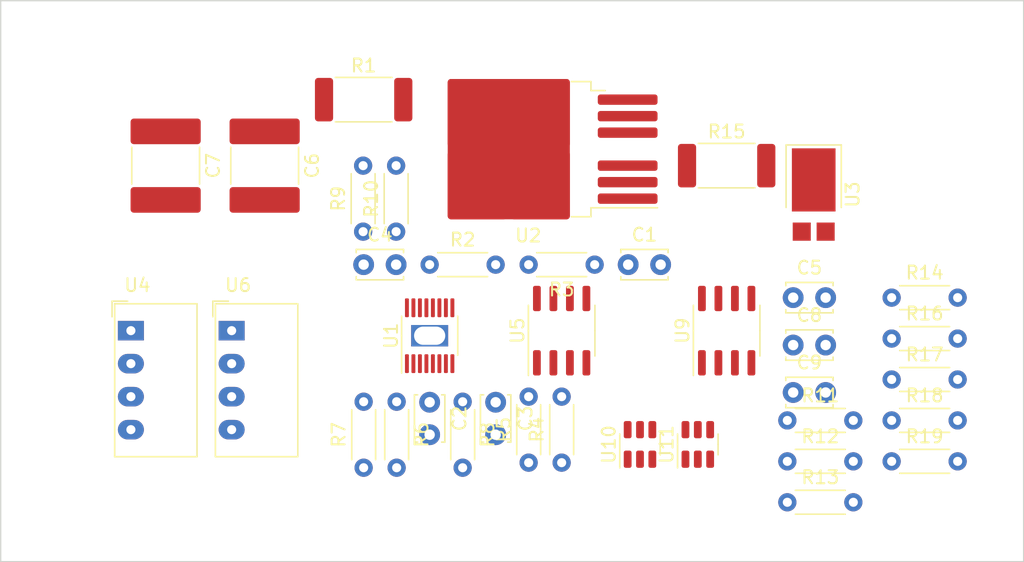
<source format=kicad_pcb>
(kicad_pcb (version 20221018) (generator pcbnew)
  (layers (0 "F.Cu" signal) (31 "B.Cu" signal) (34 "B.Paste" user) (35 "F.Paste" user) (36 "B.SilkS" user "B.Silkscreen") (37 "F.SilkS" user "F.Silkscreen") (38 "B.Mask" user) (39 "F.Mask" user) (44 "Edge.Cuts" user))
  (net 0 "")
  (net 1 "Net-(C1-Pad1)")
  (net 2 "GND")
  (net 3 "Net-(U1-VCC)")
  (net 4 "Net-(U1-TIMER)")
  (net 5 "/Load_Switch/SNS_p")
  (net 6 "/Load_Switch/SNS_n")
  (net 7 "Net-(U1-TS)")
  (net 8 "/Load_Switch/BOOST")
  (net 9 "/Load_Switch/LSW_IN")
  (net 10 "/Load_Switch/THRESHOLD_1")
  (net 11 "/Load_Switch/THRESHOLD_2")
  (net 12 "Net-(R1-Pad2)")
  (net 13 "/Load_Switch/TGUP")
  (net 14 "/Load_Switch/GATE")
  (net 15 "/Load_Switch/ISET")
  (net 16 "/Load_Switch/IMON")
  (net 17 "Net-(U1-RUN)")
  (net 18 "Net-(U1-FAULT_n)")
  (net 19 "/Load_Switch/ISNS")
  (net 20 "Net-(U5A--)")
  (net 21 "Net-(U5B-+)")
  (net 22 "/Load_Switch/LSW_OUT")
  (net 23 "Net-(U10-VOUT)")
  (net 24 "Net-(U11-VOUT)")
  (net 26 "/Load_Switch/ENABLE")
  (net 27 "/Load_Switch/DISABLE")
  (net 28 "+24V")
  (net 29 "-5V")
  (net 30 "+5V")
  (net 37 "/Load_Switch/VSNS")
  (footprint "Resistor_THT:R_Axial_DIN0204_L3.6mm_D1.6mm_P5.08mm_Horizontal" (layer "F.Cu") (at 83.82 33.02 180)
    (fp_text reference "R3" (at 2.54 -1.92) (layer "F.SilkS"))
    (fp_text value "200")
    (fp_line (start 0.62 -0.92) (end 4.46 -0.92) (stroke (width 0.12)) (layer "F.SilkS"))
    (fp_line (start 0.62 0.92) (end 4.46 0.92) (stroke (width 0.12)) (layer "F.SilkS"))
    (pad "1" thru_hole circle (at 0 0 180) (size 1.4 1.4) (drill 0.7) (layers "*.Cu" "*.Mask") (net 1 "Net-(C1-Pad1)"))
    (pad "2" thru_hole oval (at 5.08 0 180) (size 1.4 1.4) (drill 0.7) (layers "*.Cu" "*.Mask") (net 14 "/Load_Switch/GATE"))
  )
  (footprint "Resistor_THT:R_Axial_DIN0204_L3.6mm_D1.6mm_P5.08mm_Horizontal" (layer "F.Cu") (at 68.58 43.57 -90)
    (fp_text reference "R6" (at 2.54 -1.92 90) (layer "F.SilkS"))
    (fp_text value "1Meg")
    (fp_line (start 0.62 -0.92) (end 4.46 -0.92) (stroke (width 0.12)) (layer "F.SilkS"))
    (fp_line (start 0.62 0.92) (end 4.46 0.92) (stroke (width 0.12)) (layer "F.SilkS"))
    (pad "1" thru_hole circle (at 0 0 270) (size 1.4 1.4) (drill 0.7) (layers "*.Cu" "*.Mask") (net 17 "Net-(U1-RUN)"))
    (pad "2" thru_hole oval (at 5.08 0 270) (size 1.4 1.4) (drill 0.7) (layers "*.Cu" "*.Mask") (net 9 "/Load_Switch/LSW_IN"))
  )
  (footprint "Capacitor_THT:C_Disc_D3.4mm_W2.1mm_P2.50mm" (layer "F.Cu") (at 99.1 35.56)
    (fp_text reference "C5" (at 1.25 -2.3) (layer "F.SilkS"))
    (fp_text value "0.1u")
    (fp_line (start -0.57 -1.17) (end -0.57 -0.925) (stroke (width 0.12)) (layer "F.SilkS"))
    (fp_line (start -0.57 -1.17) (end 3.07 -1.17) (stroke (width 0.12)) (layer "F.SilkS"))
    (fp_line (start -0.57 0.925) (end -0.57 1.17) (stroke (width 0.12)) (layer "F.SilkS"))
    (fp_line (start -0.57 1.17) (end 3.07 1.17) (stroke (width 0.12)) (layer "F.SilkS"))
    (fp_line (start 3.07 -1.17) (end 3.07 -0.925) (stroke (width 0.12)) (layer "F.SilkS"))
    (fp_line (start 3.07 0.925) (end 3.07 1.17) (stroke (width 0.12)) (layer "F.SilkS"))
    (pad "1" thru_hole circle (at 0 0) (size 1.6 1.6) (drill 0.8) (layers "*.Cu" "*.Mask") (net 7 "Net-(U1-TS)"))
    (pad "2" thru_hole circle (at 2.5 0) (size 1.6 1.6) (drill 0.8) (layers "*.Cu" "*.Mask") (net 8 "/Load_Switch/BOOST"))
  )
  (footprint "Resistor_THT:R_Axial_DIN0204_L3.6mm_D1.6mm_P5.08mm_Horizontal" (layer "F.Cu") (at 106.68 45.01)
    (fp_text reference "R18" (at 2.54 -1.92) (layer "F.SilkS"))
    (fp_text value "10k")
    (fp_line (start 0.62 -0.92) (end 4.46 -0.92) (stroke (width 0.12)) (layer "F.SilkS"))
    (fp_line (start 0.62 0.92) (end 4.46 0.92) (stroke (width 0.12)) (layer "F.SilkS"))
    (pad "1" thru_hole circle (at 0 0) (size 1.4 1.4) (drill 0.7) (layers "*.Cu" "*.Mask") (net 11 "/Load_Switch/THRESHOLD_2"))
    (pad "2" thru_hole oval (at 5.08 0) (size 1.4 1.4) (drill 0.7) (layers "*.Cu" "*.Mask") (net 2 "GND"))
  )
  (footprint "Resistor_THT:R_Axial_DIN0204_L3.6mm_D1.6mm_P5.08mm_Horizontal" (layer "F.Cu") (at 106.68 38.71)
    (fp_text reference "R16" (at 2.54 -1.92) (layer "F.SilkS"))
    (fp_text value "10k")
    (fp_line (start 0.62 -0.92) (end 4.46 -0.92) (stroke (width 0.12)) (layer "F.SilkS"))
    (fp_line (start 0.62 0.92) (end 4.46 0.92) (stroke (width 0.12)) (layer "F.SilkS"))
    (pad "1" thru_hole circle (at 0 0) (size 1.4 1.4) (drill 0.7) (layers "*.Cu" "*.Mask") (net 23 "Net-(U10-VOUT)"))
    (pad "2" thru_hole oval (at 5.08 0) (size 1.4 1.4) (drill 0.7) (layers "*.Cu" "*.Mask") (net 10 "/Load_Switch/THRESHOLD_1"))
  )
  (footprint "Capacitor_THT:C_Disc_D3.4mm_W2.1mm_P2.50mm" (layer "F.Cu") (at 86.4 33.02)
    (fp_text reference "C1" (at 1.25 -2.3) (layer "F.SilkS"))
    (fp_text value "10000p")
    (fp_line (start -0.57 -1.17) (end -0.57 -0.925) (stroke (width 0.12)) (layer "F.SilkS"))
    (fp_line (start -0.57 -1.17) (end 3.07 -1.17) (stroke (width 0.12)) (layer "F.SilkS"))
    (fp_line (start -0.57 0.925) (end -0.57 1.17) (stroke (width 0.12)) (layer "F.SilkS"))
    (fp_line (start -0.57 1.17) (end 3.07 1.17) (stroke (width 0.12)) (layer "F.SilkS"))
    (fp_line (start 3.07 -1.17) (end 3.07 -0.925) (stroke (width 0.12)) (layer "F.SilkS"))
    (fp_line (start 3.07 0.925) (end 3.07 1.17) (stroke (width 0.12)) (layer "F.SilkS"))
    (pad "1" thru_hole circle (at 0 0) (size 1.6 1.6) (drill 0.8) (layers "*.Cu" "*.Mask") (net 1 "Net-(C1-Pad1)"))
    (pad "2" thru_hole circle (at 2.5 0) (size 1.6 1.6) (drill 0.8) (layers "*.Cu" "*.Mask") (net 2 "GND"))
  )
  (footprint "Converter_DCDC:Converter_DCDC_Murata_CRE1xxxxxxSC_THT" (layer "F.Cu") (at 48.125 38.1)
    (fp_text reference "U4" (at 0.5 -3.5 180) (layer "F.SilkS"))
    (fp_text value "CRE1S2405SC")
    (fp_line (start -1.45 -2.27) (end -1.45 -1.07) (stroke (width 0.12)) (layer "F.SilkS"))
    (fp_line (start -1.25 -2.07) (end -1.25 9.7) (stroke (width 0.12)) (layer "F.SilkS"))
    (fp_line (start -0.25 -2.27) (end -1.45 -2.27) (stroke (width 0.12)) (layer "F.SilkS"))
    (fp_line (start 5.09 -2.07) (end -1.25 -2.07) (stroke (width 0.12)) (layer "F.SilkS"))
    (fp_line (start 5.09 -2.07) (end 5.09 9.7) (stroke (width 0.12)) (layer "F.SilkS"))
    (fp_line (start 5.09 9.7) (end -1.25 9.7) (stroke (width 0.12)) (layer "F.SilkS"))
    (pad "1" thru_hole rect (at 0 0 270) (size 1.5 2) (drill 0.7) (layers "*.Cu" "*.Mask") (net 2 "GND"))
    (pad "2" thru_hole oval (at 0 2.54 270) (size 1.5 2) (drill 0.7) (layers "*.Cu" "*.Mask") (net 28 "+24V"))
    (pad "3" thru_hole oval (at 0 5.08 270) (size 1.5 2) (drill 0.7) (layers "*.Cu" "*.Mask") (net 29 "-5V"))
    (pad "4" thru_hole oval (at 0 7.62 270) (size 1.5 2) (drill 0.7) (layers "*.Cu" "*.Mask") (net 2 "GND"))
  )
  (footprint "Package_TO_SOT_SMD:TO-263-6" (layer "F.Cu") (at 78.71 24.13 180)
    (fp_text reference "U2" (at 0 -6.65) (layer "F.SilkS"))
    (fp_text value "~")
    (fp_line (start -4.825 -5.2) (end -4.825 -4.51) (stroke (width 0.12)) (layer "F.SilkS"))
    (fp_line (start -4.825 -4.51) (end -9.95 -4.51) (stroke (width 0.12)) (layer "F.SilkS"))
    (fp_line (start -4.825 4.51) (end -5.925 4.51) (stroke (width 0.12)) (layer "F.SilkS"))
    (fp_line (start -4.825 5.2) (end -4.825 4.51) (stroke (width 0.12)) (layer "F.SilkS"))
    (fp_line (start -3.325 -5.2) (end -4.825 -5.2) (stroke (width 0.12)) (layer "F.SilkS"))
    (fp_line (start -3.325 5.2) (end -4.825 5.2) (stroke (width 0.12)) (layer "F.SilkS"))
    (pad "1" smd roundrect (at -7.65 -3.81 180) (size 4.6 0.8) (layers "F.Cu" "F.Paste" "F.Mask") (net 14 "/Load_Switch/GATE"))
    (pad "2" smd roundrect (at -7.65 -2.54 180) (size 4.6 0.8) (layers "F.Cu" "F.Paste" "F.Mask") (net 7 "Net-(U1-TS)"))
    (pad "3" smd roundrect (at -7.65 -1.27 180) (size 4.6 0.8) (layers "F.Cu" "F.Paste" "F.Mask") (net 7 "Net-(U1-TS)"))
    (pad "4" smd roundrect (at -0.925 -2.775 180) (size 4.55 5.25) (layers "F.Cu" "F.Paste") (roundrect_rratio 0.054945) (net 12 "Net-(R1-Pad2)"))
    (pad "4" smd roundrect (at -0.925 2.775 180) (size 4.55 5.25) (layers "F.Cu" "F.Paste") (roundrect_rratio 0.054945) (net 12 "Net-(R1-Pad2)"))
    (pad "4" smd roundrect (at 1.5 0 180) (size 9.4 10.8) (layers "F.Cu" "F.Mask") (roundrect_rratio 0.026596) (net 12 "Net-(R1-Pad2)"))
    (pad "4" smd roundrect (at 3.925 -2.775 180) (size 4.55 5.25) (layers "F.Cu" "F.Paste") (roundrect_rratio 0.054945) (net 12 "Net-(R1-Pad2)"))
    (pad "4" smd roundrect (at 3.925 2.775 180) (size 4.55 5.25) (layers "F.Cu" "F.Paste") (roundrect_rratio 0.054945) (net 12 "Net-(R1-Pad2)"))
    (pad "5" smd roundrect (at -7.65 1.27 180) (size 4.6 0.8) (layers "F.Cu" "F.Paste" "F.Mask") (net 7 "Net-(U1-TS)"))
    (pad "6" smd roundrect (at -7.65 2.54 180) (size 4.6 0.8) (layers "F.Cu" "F.Paste" "F.Mask") (net 7 "Net-(U1-TS)"))
    (pad "7" smd roundrect (at -7.65 3.81 180) (size 4.6 0.8) (layers "F.Cu" "F.Paste" "F.Mask") (net 7 "Net-(U1-TS)"))
  )
  (footprint "Capacitor_SMD:C_2220_5650Metric_Pad1.97x5.40mm_HandSolder" (layer "F.Cu") (at 58.42 25.4 -90)
    (fp_text reference "C6" (at 0 -3.65 90) (layer "F.SilkS"))
    (fp_text value "C")
    (fp_line (start -1.415748 -2.61) (end 1.415748 -2.61) (stroke (width 0.12)) (layer "F.SilkS"))
    (fp_line (start -1.415748 2.61) (end 1.415748 2.61) (stroke (width 0.12)) (layer "F.SilkS"))
    (pad "1" smd roundrect (at -2.6375 0 270) (size 1.975 5.4) (layers "F.Cu" "F.Paste" "F.Mask") (roundrect_rratio 0.126582) (net 9 "/Load_Switch/LSW_IN"))
    (pad "2" smd roundrect (at 2.6375 0 270) (size 1.975 5.4) (layers "F.Cu" "F.Paste" "F.Mask") (roundrect_rratio 0.126582) (net 2 "GND"))
  )
  (footprint "Capacitor_THT:C_Disc_D3.4mm_W2.1mm_P2.50mm" (layer "F.Cu") (at 76.2 43.61 -90)
    (fp_text reference "C3" (at 1.25 -2.3 90) (layer "F.SilkS"))
    (fp_text value "1n")
    (fp_line (start -0.57 -1.17) (end -0.57 -0.925) (stroke (width 0.12)) (layer "F.SilkS"))
    (fp_line (start -0.57 -1.17) (end 3.07 -1.17) (stroke (width 0.12)) (layer "F.SilkS"))
    (fp_line (start -0.57 0.925) (end -0.57 1.17) (stroke (width 0.12)) (layer "F.SilkS"))
    (fp_line (start -0.57 1.17) (end 3.07 1.17) (stroke (width 0.12)) (layer "F.SilkS"))
    (fp_line (start 3.07 -1.17) (end 3.07 -0.925) (stroke (width 0.12)) (layer "F.SilkS"))
    (fp_line (start 3.07 0.925) (end 3.07 1.17) (stroke (width 0.12)) (layer "F.SilkS"))
    (pad "1" thru_hole circle (at 0 0 270) (size 1.6 1.6) (drill 0.8) (layers "*.Cu" "*.Mask") (net 4 "Net-(U1-TIMER)"))
    (pad "2" thru_hole circle (at 2.5 0 270) (size 1.6 1.6) (drill 0.8) (layers "*.Cu" "*.Mask") (net 2 "GND"))
  )
  (footprint "Resistor_THT:R_Axial_DIN0204_L3.6mm_D1.6mm_P5.08mm_Horizontal" (layer "F.Cu") (at 106.68 35.56)
    (fp_text reference "R14" (at 2.54 -1.92) (layer "F.SilkS"))
    (fp_text value "10k")
    (fp_line (start 0.62 -0.92) (end 4.46 -0.92) (stroke (width 0.12)) (layer "F.SilkS"))
    (fp_line (start 0.62 0.92) (end 4.46 0.92) (stroke (width 0.12)) (layer "F.SilkS"))
    (pad "1" thru_hole circle (at 0 0) (size 1.4 1.4) (drill 0.7) (layers "*.Cu" "*.Mask") (net 2 "GND"))
    (pad "2" thru_hole oval (at 5.08 0) (size 1.4 1.4) (drill 0.7) (layers "*.Cu" "*.Mask") (net 21 "Net-(U5B-+)"))
  )
  (footprint "Package_SO:SOIC-8_3.9x4.9mm_P1.27mm" (layer "F.Cu") (at 93.98 38.1 90)
    (fp_text reference "U9" (at 0 -3.4 90) (layer "F.SilkS"))
    (fp_text value "LM358")
    (fp_line (start 0 -2.56) (end -3.45 -2.56) (stroke (width 0.12)) (layer "F.SilkS"))
    (fp_line (start 0 -2.56) (end 1.95 -2.56) (stroke (width 0.12)) (layer "F.SilkS"))
    (fp_line (start 0 2.56) (end -1.95 2.56) (stroke (width 0.12)) (layer "F.SilkS"))
    (fp_line (start 0 2.56) (end 1.95 2.56) (stroke (width 0.12)) (layer "F.SilkS"))
    (pad "1" smd roundrect (at -2.475 -1.905 90) (size 1.95 0.6) (layers "F.Cu" "F.Paste" "F.Mask"))
    (pad "2" smd roundrect (at -2.475 -0.635 90) (size 1.95 0.6) (layers "F.Cu" "F.Paste" "F.Mask") (net 11 "/Load_Switch/THRESHOLD_2"))
    (pad "3" smd roundrect (at -2.475 0.635 90) (size 1.95 0.6) (layers "F.Cu" "F.Paste" "F.Mask") (net 19 "/Load_Switch/ISNS"))
    (pad "4" smd roundrect (at -2.475 1.905 90) (size 1.95 0.6) (layers "F.Cu" "F.Paste" "F.Mask") (net 29 "-5V"))
    (pad "5" smd roundrect (at 2.475 1.905 90) (size 1.95 0.6) (layers "F.Cu" "F.Paste" "F.Mask") (net 19 "/Load_Switch/ISNS"))
    (pad "6" smd roundrect (at 2.475 0.635 90) (size 1.95 0.6) (layers "F.Cu" "F.Paste" "F.Mask") (net 10 "/Load_Switch/THRESHOLD_1"))
    (pad "7" smd roundrect (at 2.475 -0.635 90) (size 1.95 0.6) (layers "F.Cu" "F.Paste" "F.Mask"))
    (pad "8" smd roundrect (at 2.475 -1.905 90) (size 1.95 0.6) (layers "F.Cu" "F.Paste" "F.Mask") (net 30 "+5V"))
  )
  (footprint "Resistor_THT:R_Axial_DIN0204_L3.6mm_D1.6mm_P5.08mm_Horizontal" (layer "F.Cu") (at 73.66 43.57 -90)
    (fp_text reference "R8" (at 2.54 -1.92 90) (layer "F.SilkS"))
    (fp_text value "100k")
    (fp_line (start 0.62 -0.92) (end 4.46 -0.92) (stroke (width 0.12)) (layer "F.SilkS"))
    (fp_line (start 0.62 0.92) (end 4.46 0.92) (stroke (width 0.12)) (layer "F.SilkS"))
    (pad "1" thru_hole circle (at 0 0 270) (size 1.4 1.4) (drill 0.7) (layers "*.Cu" "*.Mask") (net 18 "Net-(U1-FAULT_n)"))
    (pad "2" thru_hole oval (at 5.08 0 270) (size 1.4 1.4) (drill 0.7) (layers "*.Cu" "*.Mask") (net 3 "Net-(U1-VCC)"))
  )
  (footprint "Converter_DCDC:Converter_DCDC_Murata_CRE1xxxxxxSC_THT" (layer "F.Cu") (at 55.88 38.1)
    (fp_text reference "U6" (at 0.5 -3.5 180) (layer "F.SilkS"))
    (fp_text value "CRE1S2405SC")
    (fp_line (start -1.45 -2.27) (end -1.45 -1.07) (stroke (width 0.12)) (layer "F.SilkS"))
    (fp_line (start -1.25 -2.07) (end -1.25 9.7) (stroke (width 0.12)) (layer "F.SilkS"))
    (fp_line (start -0.25 -2.27) (end -1.45 -2.27) (stroke (width 0.12)) (layer "F.SilkS"))
    (fp_line (start 5.09 -2.07) (end -1.25 -2.07) (stroke (width 0.12)) (layer "F.SilkS"))
    (fp_line (start 5.09 -2.07) (end 5.09 9.7) (stroke (width 0.12)) (layer "F.SilkS"))
    (fp_line (start 5.09 9.7) (end -1.25 9.7) (stroke (width 0.12)) (layer "F.SilkS"))
    (pad "1" thru_hole rect (at 0 0 270) (size 1.5 2) (drill 0.7) (layers "*.Cu" "*.Mask") (net 2 "GND"))
    (pad "2" thru_hole oval (at 0 2.54 270) (size 1.5 2) (drill 0.7) (layers "*.Cu" "*.Mask") (net 28 "+24V"))
    (pad "3" thru_hole oval (at 0 5.08 270) (size 1.5 2) (drill 0.7) (layers "*.Cu" "*.Mask") (net 2 "GND"))
    (pad "4" thru_hole oval (at 0 7.62 270) (size 1.5 2) (drill 0.7) (layers "*.Cu" "*.Mask") (net 30 "+5V"))
  )
  (footprint "Resistor_THT:R_Axial_DIN0204_L3.6mm_D1.6mm_P5.08mm_Horizontal" (layer "F.Cu") (at 66.04 48.65 90)
    (fp_text reference "R7" (at 2.54 -1.92 90) (layer "F.SilkS"))
    (fp_text value "10k")
    (fp_line (start 0.62 -0.92) (end 4.46 -0.92) (stroke (width 0.12)) (layer "F.SilkS"))
    (fp_line (start 0.62 0.92) (end 4.46 0.92) (stroke (width 0.12)) (layer "F.SilkS"))
    (pad "1" thru_hole circle (at 0 0 90) (size 1.4 1.4) (drill 0.7) (layers "*.Cu" "*.Mask") (net 2 "GND"))
    (pad "2" thru_hole oval (at 5.08 0 90) (size 1.4 1.4) (drill 0.7) (layers "*.Cu" "*.Mask") (net 17 "Net-(U1-RUN)"))
  )
  (footprint "Resistor_THT:R_Axial_DIN0204_L3.6mm_D1.6mm_P5.08mm_Horizontal" (layer "F.Cu") (at 98.65 48.16)
    (fp_text reference "R12" (at 2.54 -1.92) (layer "F.SilkS"))
    (fp_text value "10k")
    (fp_line (start 0.62 -0.92) (end 4.46 -0.92) (stroke (width 0.12)) (layer "F.SilkS"))
    (fp_line (start 0.62 0.92) (end 4.46 0.92) (stroke (width 0.12)) (layer "F.SilkS"))
    (pad "1" thru_hole circle (at 0 0) (size 1.4 1.4) (drill 0.7) (layers "*.Cu" "*.Mask") (net 20 "Net-(U5A--)"))
    (pad "2" thru_hole oval (at 5.08 0) (size 1.4 1.4) (drill 0.7) (layers "*.Cu" "*.Mask") (net 2 "GND"))
  )
  (footprint "Resistor_THT:R_Axial_DIN0204_L3.6mm_D1.6mm_P5.08mm_Horizontal" (layer "F.Cu") (at 71.12 33.02)
    (fp_text reference "R2" (at 2.54 -1.92) (layer "F.SilkS"))
    (fp_text value "100k")
    (fp_line (start 0.62 -0.92) (end 4.46 -0.92) (stroke (width 0.12)) (layer "F.SilkS"))
    (fp_line (start 0.62 0.92) (end 4.46 0.92) (stroke (width 0.12)) (layer "F.SilkS"))
    (pad "1" thru_hole circle (at 0 0) (size 1.4 1.4) (drill 0.7) (layers "*.Cu" "*.Mask") (net 13 "/Load_Switch/TGUP"))
    (pad "2" thru_hole oval (at 5.08 0) (size 1.4 1.4) (drill 0.7) (layers "*.Cu" "*.Mask") (net 14 "/Load_Switch/GATE"))
  )
  (footprint "Resistor_THT:R_Axial_DIN0204_L3.6mm_D1.6mm_P5.08mm_Horizontal" (layer "F.Cu") (at 78.74 48.26 90)
    (fp_text reference "R5" (at 2.54 -1.92 90) (layer "F.SilkS"))
    (fp_text value "100k")
    (fp_line (start 0.62 -0.92) (end 4.46 -0.92) (stroke (width 0.12)) (layer "F.SilkS"))
    (fp_line (start 0.62 0.92) (end 4.46 0.92) (stroke (width 0.12)) (layer "F.SilkS"))
    (pad "1" thru_hole circle (at 0 0 90) (size 1.4 1.4) (drill 0.7) (layers "*.Cu" "*.Mask") (net 2 "GND"))
    (pad "2" thru_hole oval (at 5.08 0 90) (size 1.4 1.4) (drill 0.7) (layers "*.Cu" "*.Mask") (net 16 "/Load_Switch/IMON"))
  )
  (footprint "Resistor_THT:R_Axial_DIN0204_L3.6mm_D1.6mm_P5.08mm_Horizontal" (layer "F.Cu") (at 98.65 51.31)
    (fp_text reference "R13" (at 2.54 -1.92) (layer "F.SilkS"))
    (fp_text value "100k")
    (fp_line (start 0.62 -0.92) (end 4.46 -0.92) (stroke (width 0.12)) (layer "F.SilkS"))
    (fp_line (start 0.62 0.92) (end 4.46 0.92) (stroke (width 0.12)) (layer "F.SilkS"))
    (pad "1" thru_hole circle (at 0 0) (size 1.4 1.4) (drill 0.7) (layers "*.Cu" "*.Mask") (net 21 "Net-(U5B-+)"))
    (pad "2" thru_hole oval (at 5.08 0) (size 1.4 1.4) (drill 0.7) (layers "*.Cu" "*.Mask") (net 22 "/Load_Switch/LSW_OUT"))
  )
  (footprint "Resistor_THT:R_Axial_DIN0204_L3.6mm_D1.6mm_P5.08mm_Horizontal" (layer "F.Cu") (at 106.68 41.86)
    (fp_text reference "R17" (at 2.54 -1.92) (layer "F.SilkS"))
    (fp_text value "10k")
    (fp_line (start 0.62 -0.92) (end 4.46 -0.92) (stroke (width 0.12)) (layer "F.SilkS"))
    (fp_line (start 0.62 0.92) (end 4.46 0.92) (stroke (width 0.12)) (layer "F.SilkS"))
    (pad "1" thru_hole circle (at 0 0) (size 1.4 1.4) (drill 0.7) (layers "*.Cu" "*.Mask") (net 24 "Net-(U11-VOUT)"))
    (pad "2" thru_hole oval (at 5.08 0) (size 1.4 1.4) (drill 0.7) (layers "*.Cu" "*.Mask") (net 11 "/Load_Switch/THRESHOLD_2"))
  )
  (footprint "Capacitor_THT:C_Disc_D3.4mm_W2.1mm_P2.50mm" (layer "F.Cu") (at 71.12 43.61 -90)
    (fp_text reference "C2" (at 1.25 -2.3 90) (layer "F.SilkS"))
    (fp_text value "1u")
    (fp_line (start -0.57 -1.17) (end -0.57 -0.925) (stroke (width 0.12)) (layer "F.SilkS"))
    (fp_line (start -0.57 -1.17) (end 3.07 -1.17) (stroke (width 0.12)) (layer "F.SilkS"))
    (fp_line (start -0.57 0.925) (end -0.57 1.17) (stroke (width 0.12)) (layer "F.SilkS"))
    (fp_line (start -0.57 1.17) (end 3.07 1.17) (stroke (width 0.12)) (layer "F.SilkS"))
    (fp_line (start 3.07 -1.17) (end 3.07 -0.925) (stroke (width 0.12)) (layer "F.SilkS"))
    (fp_line (start 3.07 0.925) (end 3.07 1.17) (stroke (width 0.12)) (layer "F.SilkS"))
    (pad "1" thru_hole circle (at 0 0 270) (size 1.6 1.6) (drill 0.8) (layers "*.Cu" "*.Mask") (net 3 "Net-(U1-VCC)"))
    (pad "2" thru_hole circle (at 2.5 0 270) (size 1.6 1.6) (drill 0.8) (layers "*.Cu" "*.Mask") (net 2 "GND"))
  )
  (footprint "Resistor_SMD:R_2512_6332Metric_Pad1.40x3.35mm_HandSolder" (layer "F.Cu") (at 93.98 25.4)
    (fp_text reference "R15" (at 0 -2.62) (layer "F.SilkS"))
    (fp_text value "0.0015")
    (fp_line (start -2.177064 -1.71) (end 2.177064 -1.71) (stroke (width 0.12)) (layer "F.SilkS"))
    (fp_line (start -2.177064 1.71) (end 2.177064 1.71) (stroke (width 0.12)) (layer "F.SilkS"))
    (pad "1" smd roundrect (at -3.05 0) (size 1.4 3.35) (layers "F.Cu" "F.Paste" "F.Mask") (roundrect_rratio 0.178571) (net 7 "Net-(U1-TS)"))
    (pad "2" smd roundrect (at 3.05 0) (size 1.4 3.35) (layers "F.Cu" "F.Paste" "F.Mask") (roundrect_rratio 0.178571) (net 22 "/Load_Switch/LSW_OUT"))
  )
  (footprint "Capacitor_SMD:C_2220_5650Metric_Pad1.97x5.40mm_HandSolder" (layer "F.Cu") (at 50.8 25.4 -90)
    (fp_text reference "C7" (at 0 -3.65 90) (layer "F.SilkS"))
    (fp_text value "C")
    (fp_line (start -1.415748 -2.61) (end 1.415748 -2.61) (stroke (width 0.12)) (layer "F.SilkS"))
    (fp_line (start -1.415748 2.61) (end 1.415748 2.61) (stroke (width 0.12)) (layer "F.SilkS"))
    (pad "1" smd roundrect (at -2.6375 0 270) (size 1.975 5.4) (layers "F.Cu" "F.Paste" "F.Mask") (roundrect_rratio 0.126582) (net 9 "/Load_Switch/LSW_IN"))
    (pad "2" smd roundrect (at 2.6375 0 270) (size 1.975 5.4) (layers "F.Cu" "F.Paste" "F.Mask") (roundrect_rratio 0.126582) (net 2 "GND"))
  )
  (footprint "Resistor_SMD:R_2512_6332Metric_Pad1.40x3.35mm_HandSolder" (layer "F.Cu") (at 66.04 20.32)
    (fp_text reference "R1" (at 0 -2.62) (layer "F.SilkS"))
    (fp_text value "0.0015")
    (fp_line (start -2.177064 -1.71) (end 2.177064 -1.71) (stroke (width 0.12)) (layer "F.SilkS"))
    (fp_line (start -2.177064 1.71) (end 2.177064 1.71) (stroke (width 0.12)) (layer "F.SilkS"))
    (pad "1" smd roundrect (at -3.05 0) (size 1.4 3.35) (layers "F.Cu" "F.Paste" "F.Mask") (roundrect_rratio 0.178571) (net 9 "/Load_Switch/LSW_IN"))
    (pad "2" smd roundrect (at 3.05 0) (size 1.4 3.35) (layers "F.Cu" "F.Paste" "F.Mask") (roundrect_rratio 0.178571) (net 12 "Net-(R1-Pad2)"))
  )
  (footprint "Package_SO:SOIC-8_3.9x4.9mm_P1.27mm" (layer "F.Cu") (at 81.28 38.1 90)
    (fp_text reference "U5" (at 0 -3.4 90) (layer "F.SilkS"))
    (fp_text value "LM358")
    (fp_line (start 0 -2.56) (end -3.45 -2.56) (stroke (width 0.12)) (layer "F.SilkS"))
    (fp_line (start 0 -2.56) (end 1.95 -2.56) (stroke (width 0.12)) (layer "F.SilkS"))
    (fp_line (start 0 2.56) (end -1.95 2.56) (stroke (width 0.12)) (layer "F.SilkS"))
    (fp_line (start 0 2.56) (end 1.95 2.56) (stroke (width 0.12)) (layer "F.SilkS"))
    (pad "1" smd roundrect (at -2.475 -1.905 90) (size 1.95 0.6) (layers "F.Cu" "F.Paste" "F.Mask") (net 19 "/Load_Switch/ISNS"))
    (pad "2" smd roundrect (at -2.475 -0.635 90) (size 1.95 0.6) (layers "F.Cu" "F.Paste" "F.Mask") (net 20 "Net-(U5A--)"))
    (pad "3" smd roundrect (at -2.475 0.635 90) (size 1.95 0.6) (layers "F.Cu" "F.Paste" "F.Mask") (net 16 "/Load_Switch/IMON"))
    (pad "4" smd roundrect (at -2.475 1.905 90) (size 1.95 0.6) (layers "F.Cu" "F.Paste" "F.Mask") (net 29 "-5V"))
    (pad "5" smd roundrect (at 2.475 1.905 90) (size 1.95 0.6) (layers "F.Cu" "F.Paste" "F.Mask") (net 21 "Net-(U5B-+)"))
    (pad "6" smd roundrect (at 2.475 0.635 90) (size 1.95 0.6) (layers "F.Cu" "F.Paste" "F.Mask") (net 37 "/Load_Switch/VSNS"))
    (pad "7" smd roundrect (at 2.475 -0.635 90) (size 1.95 0.6) (layers "F.Cu" "F.Paste" "F.Mask") (net 37 "/Load_Switch/VSNS"))
    (pad "8" smd roundrect (at 2.475 -1.905 90) (size 1.95 0.6) (layers "F.Cu" "F.Paste" "F.Mask") (net 30 "+5V"))
  )
  (footprint "AudioJacks:MSOP-16-1EP-HOLE" (layer "F.Cu") (at 71.12 38.49 90)
    (fp_text reference "U1" (at 0 -2.97 90) (layer "F.SilkS"))
    (fp_text value "~")
    (fp_line (start 0 -2.16) (end -2.875 -2.16) (stroke (width 0.12)) (layer "F.SilkS"))
    (fp_line (start 0 -2.16) (end 1.5 -2.16) (stroke (width 0.12)) (layer "F.SilkS"))
    (fp_line (start 0 2.16) (end -1.5 2.16) (stroke (width 0.12)) (layer "F.SilkS"))
    (fp_line (start 0 2.16) (end 1.5 2.16) (stroke (width 0.12)) (layer "F.SilkS"))
    (pad "1" smd roundrect (at -2.15 -1.75 90) (size 1.45 0.3) (layers "F.Cu" "F.Paste" "F.Mask") (net 17 "Net-(U1-RUN)"))
    (pad "2" smd roundrect (at -2.15 -1.25 90) (size 1.45 0.3) (layers "F.Cu" "F.Paste" "F.Mask") (net 9 "/Load_Switch/LSW_IN"))
    (pad "3" smd roundrect (at -2.15 -0.75 90) (size 1.45 0.3) (layers "F.Cu" "F.Paste" "F.Mask") (net 3 "Net-(U1-VCC)"))
    (pad "4" smd roundrect (at -2.15 -0.25 90) (size 1.45 0.3) (layers "F.Cu" "F.Paste" "F.Mask"))
    (pad "5" smd roundrect (at -2.15 0.25 90) (size 1.45 0.3) (layers "F.Cu" "F.Paste" "F.Mask") (net 18 "Net-(U1-FAULT_n)"))
    (pad "6" smd roundrect (at -2.15 0.75 90) (size 1.45 0.3) (layers "F.Cu" "F.Paste" "F.Mask") (net 4 "Net-(U1-TIMER)"))
    (pad "7" smd roundrect (at -2.15 1.25 90) (size 1.45 0.3) (layers "F.Cu" "F.Paste" "F.Mask") (net 26 "/Load_Switch/ENABLE"))
    (pad "8" smd roundrect (at -2.15 1.75 90) (size 1.45 0.3) (layers "F.Cu" "F.Paste" "F.Mask") (net 27 "/Load_Switch/DISABLE"))
    (pad "9" smd roundrect (at 2.15 1.75 90) (size 1.45 0.3) (layers "F.Cu" "F.Paste" "F.Mask") (net 15 "/Load_Switch/ISET"))
    (pad "10" smd roundrect (at 2.15 1.25 90) (size 1.45 0.3) (layers "F.Cu" "F.Paste" "F.Mask") (net 16 "/Load_Switch/IMON"))
    (pad "11" smd roundrect (at 2.15 0.75 90) (size 1.45 0.3) (layers "F.Cu" "F.Paste" "F.Mask") (net 14 "/Load_Switch/GATE"))
    (pad "12" smd roundrect (at 2.15 0.25 90) (size 1.45 0.3) (layers "F.Cu" "F.Paste" "F.Mask") (net 13 "/Load_Switch/TGUP"))
    (pad "13" smd roundrect (at 2.15 -0.25 90) (size 1.45 0.3) (layers "F.Cu" "F.Paste" "F.Mask") (net 7 "Net-(U1-TS)"))
    (pad "14" smd roundrect (at 2.15 -0.75 90) (size 1.45 0.3) (layers "F.Cu" "F.Paste" "F.Mask") (net 8 "/Load_Switch/BOOST"))
    (pad "15" smd roundrect (at 2.15 -1.25 90) (size 1.45 0.3) (layers "F.Cu" "F.Paste" "F.Mask") (net 6 "/Load_Switch/SNS_n"))
    (pad "16" smd roundrect (at 2.15 -1.75 90) (size 1.45 0.3) (layers "F.Cu" "F.Paste" "F.Mask") (net 5 "/Load_Switch/SNS_p"))
    (pad "17" thru_hole rect (at 0 0 90) (size 1.651 2.845) (drill oval 1.4 2.4) (layers "*.Cu" "*.Mask") (net 2 "GND"))
  )
  (footprint "Resistor_THT:R_Axial_DIN0204_L3.6mm_D1.6mm_P5.08mm_Horizontal" (layer "F.Cu") (at 68.54 30.48 90)
    (fp_text reference "R10" (at 2.54 -1.92 90) (layer "F.SilkS"))
    (fp_text value "10")
    (fp_line (start 0.62 -0.92) (end 4.46 -0.92) (stroke (width 0.12)) (layer "F.SilkS"))
    (fp_line (start 0.62 0.92) (end 4.46 0.92) (stroke (width 0.12)) (layer "F.SilkS"))
    (pad "1" thru_hole circle (at 0 0 90) (size 1.4 1.4) (drill 0.7) (layers "*.Cu" "*.Mask") (net 6 "/Load_Switch/SNS_n"))
    (pad "2" thru_hole oval (at 5.08 0 90) (size 1.4 1.4) (drill 0.7) (layers "*.Cu" "*.Mask") (net 12 "Net-(R1-Pad2)"))
  )
  (footprint "Resistor_THT:R_Axial_DIN0204_L3.6mm_D1.6mm_P5.08mm_Horizontal" (layer "F.Cu") (at 98.65 45.01)
    (fp_text reference "R11" (at 2.54 -1.92) (layer "F.SilkS"))
    (fp_text value "100k")
    (fp_line (start 0.62 -0.92) (end 4.46 -0.92) (stroke (width 0.12)) (layer "F.SilkS"))
    (fp_line (start 0.62 0.92) (end 4.46 0.92) (stroke (width 0.12)) (layer "F.SilkS"))
    (pad "1" thru_hole circle (at 0 0) (size 1.4 1.4) (drill 0.7) (layers "*.Cu" "*.Mask") (net 19 "/Load_Switch/ISNS"))
    (pad "2" thru_hole oval (at 5.08 0) (size 1.4 1.4) (drill 0.7) (layers "*.Cu" "*.Mask") (net 20 "Net-(U5A--)"))
  )
  (footprint "Capacitor_THT:C_Disc_D3.4mm_W2.1mm_P2.50mm" (layer "F.Cu") (at 99.1 42.86)
    (fp_text reference "C9" (at 1.25 -2.3) (layer "F.SilkS"))
    (fp_text value "1u")
    (fp_line (start -0.57 -1.17) (end -0.57 -0.925) (stroke (width 0.12)) (layer "F.SilkS"))
    (fp_line (start -0.57 -1.17) (end 3.07 -1.17) (stroke (width 0.12)) (layer "F.SilkS"))
    (fp_line (start -0.57 0.925) (end -0.57 1.17) (stroke (width 0.12)) (layer "F.SilkS"))
    (fp_line (start -0.57 1.17) (end 3.07 1.17) (stroke (width 0.12)) (layer "F.SilkS"))
    (fp_line (start 3.07 -1.17) (end 3.07 -0.925) (stroke (width 0.12)) (layer "F.SilkS"))
    (fp_line (start 3.07 0.925) (end 3.07 1.17) (stroke (width 0.12)) (layer "F.SilkS"))
    (pad "1" thru_hole circle (at 0 0) (size 1.6 1.6) (drill 0.8) (layers "*.Cu" "*.Mask") (net 11 "/Load_Switch/THRESHOLD_2"))
    (pad "2" thru_hole circle (at 2.5 0) (size 1.6 1.6) (drill 0.8) (layers "*.Cu" "*.Mask") (net 2 "GND"))
  )
  (footprint "Resistor_THT:R_Axial_DIN0204_L3.6mm_D1.6mm_P5.08mm_Horizontal" (layer "F.Cu") (at 106.68 48.16)
    (fp_text reference "R19" (at 2.54 -1.92) (layer "F.SilkS"))
    (fp_text value "10k")
    (fp_line (start 0.62 -0.92) (end 4.46 -0.92) (stroke (width 0.12)) (layer "F.SilkS"))
    (fp_line (start 0.62 0.92) (end 4.46 0.92) (stroke (width 0.12)) (layer "F.SilkS"))
    (pad "1" thru_hole circle (at 0 0) (size 1.4 1.4) (drill 0.7) (layers "*.Cu" "*.Mask") (net 10 "/Load_Switch/THRESHOLD_1"))
    (pad "2" thru_hole oval (at 5.08 0) (size 1.4 1.4) (drill 0.7) (layers "*.Cu" "*.Mask") (net 2 "GND"))
  )
  (footprint "Capacitor_THT:C_Disc_D3.4mm_W2.1mm_P2.50mm" (layer "F.Cu") (at 66.04 33.02)
    (fp_text reference "C4" (at 1.25 -2.3) (layer "F.SilkS"))
    (fp_text value "1n")
    (fp_line (start -0.57 -1.17) (end -0.57 -0.925) (stroke (width 0.12)) (layer "F.SilkS"))
    (fp_line (start -0.57 -1.17) (end 3.07 -1.17) (stroke (width 0.12)) (layer "F.SilkS"))
    (fp_line (start -0.57 0.925) (end -0.57 1.17) (stroke (width 0.12)) (layer "F.SilkS"))
    (fp_line (start -0.57 1.17) (end 3.07 1.17) (stroke (width 0.12)) (layer "F.SilkS"))
    (fp_line (start 3.07 -1.17) (end 3.07 -0.925) (stroke (width 0.12)) (layer "F.SilkS"))
    (fp_line (start 3.07 0.925) (end 3.07 1.17) (stroke (width 0.12)) (layer "F.SilkS"))
    (pad "1" thru_hole circle (at 0 0) (size 1.6 1.6) (drill 0.8) (layers "*.Cu" "*.Mask") (net 5 "/Load_Switch/SNS_p"))
    (pad "2" thru_hole circle (at 2.5 0) (size 1.6 1.6) (drill 0.8) (layers "*.Cu" "*.Mask") (net 6 "/Load_Switch/SNS_n"))
  )
  (footprint "Package_TO_SOT_SMD:SOT-23-6" (layer "F.Cu") (at 91.76 46.8575 90)
    (fp_text reference "U11" (at 0 -2.4 90) (layer "F.SilkS"))
    (fp_text value "MCP4725xxx-xCH")
    (fp_line (start 0 -1.56) (end -1.8 -1.56) (stroke (width 0.12)) (layer "F.SilkS"))
    (fp_line (start 0 -1.56) (end 0.8 -1.56) (stroke (width 0.12)) (layer "F.SilkS"))
    (fp_line (start 0 1.56) (end -0.8 1.56) (stroke (width 0.12)) (layer "F.SilkS"))
    (fp_line (start 0 1.56) (end 0.8 1.56) (stroke (width 0.12)) (layer "F.SilkS"))
    (pad "1" smd roundrect (at -1.1375 -0.95 90) (size 1.325 0.6) (layers "F.Cu" "F.Paste" "F.Mask") (net 24 "Net-(U11-VOUT)"))
    (pad "2" smd roundrect (at -1.1375 0 90) (size 1.325 0.6) (layers "F.Cu" "F.Paste" "F.Mask") (net 2 "GND"))
    (pad "3" smd roundrect (at -1.1375 0.95 90) (size 1.325 0.6) (layers "F.Cu" "F.Paste" "F.Mask") (net 30 "+5V"))
    (pad "4" smd roundrect (at 1.1375 0.95 90) (size 1.325 0.6) (layers "F.Cu" "F.Paste" "F.Mask"))
    (pad "5" smd roundrect (at 1.1375 0 90) (size 1.325 0.6) (layers "F.Cu" "F.Paste" "F.Mask"))
    (pad "6" smd roundrect (at 1.1375 -0.95 90) (size 1.325 0.6) (layers "F.Cu" "F.Paste" "F.Mask"))
  )
  (footprint "Package_TO_SOT_SMD:SOT-23-6" (layer "F.Cu") (at 87.31 46.8575 90)
    (fp_text reference "U10" (at 0 -2.4 90) (layer "F.SilkS"))
    (fp_text value "MCP4725xxx-xCH")
    (fp_line (start 0 -1.56) (end -1.8 -1.56) (stroke (width 0.12)) (layer "F.SilkS"))
    (fp_line (start 0 -1.56) (end 0.8 -1.56) (stroke (width 0.12)) (layer "F.SilkS"))
    (fp_line (start 0 1.56) (end -0.8 1.56) (stroke (width 0.12)) (layer "F.SilkS"))
    (fp_line (start 0 1.56) (end 0.8 1.56) (stroke (width 0.12)) (layer "F.SilkS"))
    (pad "1" smd roundrect (at -1.1375 -0.95 90) (size 1.325 0.6) (layers "F.Cu" "F.Paste" "F.Mask") (net 23 "Net-(U10-VOUT)"))
    (pad "2" smd roundrect (at -1.1375 0 90) (size 1.325 0.6) (layers "F.Cu" "F.Paste" "F.Mask") (net 2 "GND"))
    (pad "3" smd roundrect (at -1.1375 0.95 90) (size 1.325 0.6) (layers "F.Cu" "F.Paste" "F.Mask") (net 30 "+5V"))
    (pad "4" smd roundrect (at 1.1375 0.95 90) (size 1.325 0.6) (layers "F.Cu" "F.Paste" "F.Mask"))
    (pad "5" smd roundrect (at 1.1375 0 90) (size 1.325 0.6) (layers "F.Cu" "F.Paste" "F.Mask"))
    (pad "6" smd roundrect (at 1.1375 -0.95 90) (size 1.325 0.6) (layers "F.Cu" "F.Paste" "F.Mask"))
  )
  (footprint "Resistor_THT:R_Axial_DIN0204_L3.6mm_D1.6mm_P5.08mm_Horizontal" (layer "F.Cu") (at 66 30.48 90)
    (fp_text reference "R9" (at 2.54 -1.92 90) (layer "F.SilkS"))
    (fp_text value "10")
    (fp_line (start 0.62 -0.92) (end 4.46 -0.92) (stroke (width 0.12)) (layer "F.SilkS"))
    (fp_line (start 0.62 0.92) (end 4.46 0.92) (stroke (width 0.12)) (layer "F.SilkS"))
    (pad "1" thru_hole circle (at 0 0 90) (size 1.4 1.4) (drill 0.7) (layers "*.Cu" "*.Mask") (net 5 "/Load_Switch/SNS_p"))
    (pad "2" thru_hole oval (at 5.08 0 90) (size 1.4 1.4) (drill 0.7) (layers "*.Cu" "*.Mask") (net 9 "/Load_Switch/LSW_IN"))
  )
  (footprint "Capacitor_THT:C_Disc_D3.4mm_W2.1mm_P2.50mm" (layer "F.Cu") (at 99.1 39.21)
    (fp_text reference "C8" (at 1.25 -2.3) (layer "F.SilkS"))
    (fp_text value "1u")
    (fp_line (start -0.57 -1.17) (end -0.57 -0.925) (stroke (width 0.12)) (layer "F.SilkS"))
    (fp_line (start -0.57 -1.17) (end 3.07 -1.17) (stroke (width 0.12)) (layer "F.SilkS"))
    (fp_line (start -0.57 0.925) (end -0.57 1.17) (stroke (width 0.12)) (layer "F.SilkS"))
    (fp_line (start -0.57 1.17) (end 3.07 1.17) (stroke (width 0.12)) (layer "F.SilkS"))
    (fp_line (start 3.07 -1.17) (end 3.07 -0.925) (stroke (width 0.12)) (layer "F.SilkS"))
    (fp_line (start 3.07 0.925) (end 3.07 1.17) (stroke (width 0.12)) (layer "F.SilkS"))
    (pad "1" thru_hole circle (at 0 0) (size 1.6 1.6) (drill 0.8) (layers "*.Cu" "*.Mask") (net 10 "/Load_Switch/THRESHOLD_1"))
    (pad "2" thru_hole circle (at 2.5 0) (size 1.6 1.6) (drill 0.8) (layers "*.Cu" "*.Mask") (net 2 "GND"))
  )
  (footprint "Diode_SMD:D_PowerDI-5" (layer "F.Cu") (at 100.68 27.618 -90)
    (fp_text reference "U3" (at 0 -3 90) (layer "F.SilkS"))
    (fp_text value "~")
    (fp_line (start -3.81 2.125) (end -3.81 -2.125) (stroke (width 0.12)) (layer "F.SilkS"))
    (fp_line (start -3.81 2.125) (end 1 2.125) (stroke (width 0.12)) (layer "F.SilkS"))
    (fp_line (start 1 -2.125) (end -3.81 -2.125) (stroke (width 0.12)) (layer "F.SilkS"))
    (pad "1" smd rect (at -1.12 0 90) (size 4.86 3.36) (layers "F.Cu" "F.Paste" "F.Mask") (net 22 "/Load_Switch/LSW_OUT"))
    (pad "2" smd rect (at 2.862 -0.92 90) (size 1.4 1.39) (layers "F.Cu" "F.Paste" "F.Mask") (net 2 "GND"))
    (pad "2" smd rect (at 2.862 0.92 90) (size 1.4 1.39) (layers "F.Cu" "F.Paste" "F.Mask") (net 2 "GND"))
  )
  (footprint "Resistor_THT:R_Axial_DIN0204_L3.6mm_D1.6mm_P5.08mm_Horizontal" (layer "F.Cu") (at 81.28 48.26 90)
    (fp_text reference "R4" (at 2.54 -1.92 90) (layer "F.SilkS"))
    (fp_text value "10k")
    (fp_line (start 0.62 -0.92) (end 4.46 -0.92) (stroke (width 0.12)) (layer "F.SilkS"))
    (fp_line (start 0.62 0.92) (end 4.46 0.92) (stroke (width 0.12)) (layer "F.SilkS"))
    (pad "1" thru_hole circle (at 0 0 90) (size 1.4 1.4) (drill 0.7) (layers "*.Cu" "*.Mask") (net 2 "GND"))
    (pad "2" thru_hole oval (at 5.08 0 90) (size 1.4 1.4) (drill 0.7) (layers "*.Cu" "*.Mask") (net 15 "/Load_Switch/ISET"))
  )
  (gr_rect (start 38.1 12.7) (end 116.84 55.88) (stroke (width 0.1)) (fill none) (layer "Edge.Cuts"))
)
</source>
